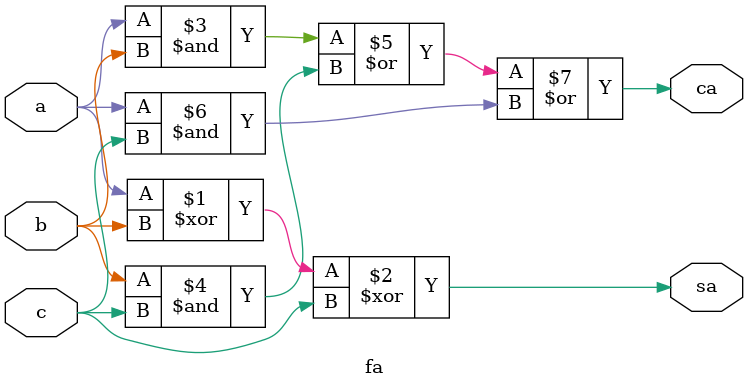
<source format=v>
`timescale 1ns / 1ps
module bougly(a,b,pro);
input[3:0]a,b;
output[6:0] pro;
assign a0b0=a[0]&b[0];assign a1b0=a[1]&b[0];assign a2b0=a[2]&b[0];assign a3b0=~(a[3]&b[0]);
assign a0b1=a[0]&b[1];assign a1b1=a[1]&b[1];assign a2b1=a[2]&b[1];assign a3b1=~(a[3]&b[1]);
assign a0b2=a[0]&b[2];assign a1b2=a[1]&b[2];assign a2b2=a[2]&b[2];assign a3b2=~(a[3]&b[2]);
assign a0b3=~(a[0]&b[3]);assign a1b3=~(a[1]&b[3]);assign a2b3=~(a[2]&b[3]);assign a3b3=(a[3]&b[3]);
assign pro[0]=a0b0;
wire c1,c2,c3,c4,c5,c6,c7,c8,c9,c10,c11,c12,c13;
wire s1,s2,s3,s4,s5,s6,s7,s8,s9,s10,s11,s12;
///////////////////////////////////////////////Simply Constraction of boog weely multiplier/////////////////////////////////////////////////////////////
ha ha1(.a(a1b0),.b(a0b1),.sa(pro[1]),.ca(c1)); ha ha2(.a(a2b0),.b(a1b1),.sa(s2),.ca(c2)); ha ha3(.a(a3b0),.b(a2b1),.sa(s3),.ca(c3));
fa fa1(.a(c1),.b(a0b2),.c(s2),.sa(pro[2]),.ca(c4)); fa fa2(.a(c2),.b(a1b2),.c(s3),.sa(s4),.ca(c5)); fa fa3(.a(a3b1),.b(c3),.c(a1b3),.sa(s5),.ca(c6));
fa fa6(.a(a2b3),.b(a3b2),.c(c6),.sa(s6),.ca(c7)); fa fa5(.a(s5),.b(c5),.c(a2b2),.sa(s7),.ca(c8)); fa fa4(.a(s4),.b(c4),.c(a0b3),.sa(pro[3]),.ca(c9));
ha ha5(.a(a3b3),.b(c7),.sa(s10),.ca());ha ha4(.a(s6),.b(c8),.sa(s11),.ca(c11)); fa fa7(.a(s7),.b(c9),.c(1),.sa(pro[4]),.ca(c12));
                              ha ha7(.a(s10),.b(c11),.sa(s12),.ca());ha ha6(.a(s11),.b(c12),.sa(pro[5]),.ca(c13));
                                                            ha ha8(.a(s12),.b(c13),.sa(pro[6]),.ca());
////////////////////////////////////////////////////////////////////////////////////////////////////////////////////////////////////////////////////////
endmodule
/////////module of half adder//////////////////
module ha(a,b,sa,ca);
input a,b;
output sa,ca;
assign sa=a^b;
assign ca=a&b;
endmodule
///////////////////////////////////////
module fa(a,b,c,sa,ca);
input a,b,c;
output sa,ca;
assign sa=a^b^c;
assign ca= (a & b) | (b & c) | (a & c);
endmodule
////////////////////////////////////////
</source>
